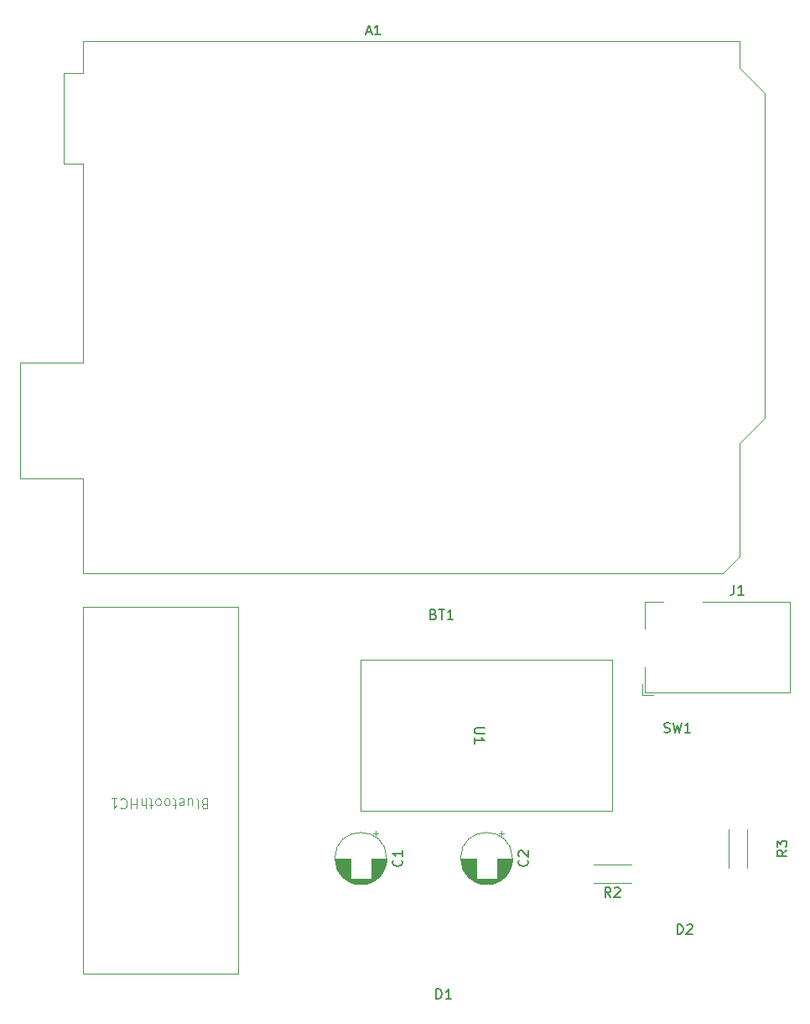
<source format=gbr>
%TF.GenerationSoftware,KiCad,Pcbnew,7.0.2*%
%TF.CreationDate,2023-06-13T20:29:50-05:00*%
%TF.ProjectId,LUCES,4c554345-532e-46b6-9963-61645f706362,rev?*%
%TF.SameCoordinates,Original*%
%TF.FileFunction,Legend,Top*%
%TF.FilePolarity,Positive*%
%FSLAX46Y46*%
G04 Gerber Fmt 4.6, Leading zero omitted, Abs format (unit mm)*
G04 Created by KiCad (PCBNEW 7.0.2) date 2023-06-13 20:29:50*
%MOMM*%
%LPD*%
G01*
G04 APERTURE LIST*
%ADD10C,0.150000*%
%ADD11C,0.100000*%
%ADD12C,0.120000*%
G04 APERTURE END LIST*
D10*
%TO.C,A1*%
X102155714Y-29386904D02*
X102631904Y-29386904D01*
X102060476Y-29672619D02*
X102393809Y-28672619D01*
X102393809Y-28672619D02*
X102727142Y-29672619D01*
X103584285Y-29672619D02*
X103012857Y-29672619D01*
X103298571Y-29672619D02*
X103298571Y-28672619D01*
X103298571Y-28672619D02*
X103203333Y-28815476D01*
X103203333Y-28815476D02*
X103108095Y-28910714D01*
X103108095Y-28910714D02*
X103012857Y-28958333D01*
%TO.C,D1*%
X109221905Y-126922619D02*
X109221905Y-125922619D01*
X109221905Y-125922619D02*
X109460000Y-125922619D01*
X109460000Y-125922619D02*
X109602857Y-125970238D01*
X109602857Y-125970238D02*
X109698095Y-126065476D01*
X109698095Y-126065476D02*
X109745714Y-126160714D01*
X109745714Y-126160714D02*
X109793333Y-126351190D01*
X109793333Y-126351190D02*
X109793333Y-126494047D01*
X109793333Y-126494047D02*
X109745714Y-126684523D01*
X109745714Y-126684523D02*
X109698095Y-126779761D01*
X109698095Y-126779761D02*
X109602857Y-126875000D01*
X109602857Y-126875000D02*
X109460000Y-126922619D01*
X109460000Y-126922619D02*
X109221905Y-126922619D01*
X110745714Y-126922619D02*
X110174286Y-126922619D01*
X110460000Y-126922619D02*
X110460000Y-125922619D01*
X110460000Y-125922619D02*
X110364762Y-126065476D01*
X110364762Y-126065476D02*
X110269524Y-126160714D01*
X110269524Y-126160714D02*
X110174286Y-126208333D01*
%TO.C,R2*%
X126833333Y-116682619D02*
X126500000Y-116206428D01*
X126261905Y-116682619D02*
X126261905Y-115682619D01*
X126261905Y-115682619D02*
X126642857Y-115682619D01*
X126642857Y-115682619D02*
X126738095Y-115730238D01*
X126738095Y-115730238D02*
X126785714Y-115777857D01*
X126785714Y-115777857D02*
X126833333Y-115873095D01*
X126833333Y-115873095D02*
X126833333Y-116015952D01*
X126833333Y-116015952D02*
X126785714Y-116111190D01*
X126785714Y-116111190D02*
X126738095Y-116158809D01*
X126738095Y-116158809D02*
X126642857Y-116206428D01*
X126642857Y-116206428D02*
X126261905Y-116206428D01*
X127214286Y-115777857D02*
X127261905Y-115730238D01*
X127261905Y-115730238D02*
X127357143Y-115682619D01*
X127357143Y-115682619D02*
X127595238Y-115682619D01*
X127595238Y-115682619D02*
X127690476Y-115730238D01*
X127690476Y-115730238D02*
X127738095Y-115777857D01*
X127738095Y-115777857D02*
X127785714Y-115873095D01*
X127785714Y-115873095D02*
X127785714Y-115968333D01*
X127785714Y-115968333D02*
X127738095Y-116111190D01*
X127738095Y-116111190D02*
X127166667Y-116682619D01*
X127166667Y-116682619D02*
X127785714Y-116682619D01*
%TO.C,D2*%
X133561905Y-120382619D02*
X133561905Y-119382619D01*
X133561905Y-119382619D02*
X133800000Y-119382619D01*
X133800000Y-119382619D02*
X133942857Y-119430238D01*
X133942857Y-119430238D02*
X134038095Y-119525476D01*
X134038095Y-119525476D02*
X134085714Y-119620714D01*
X134085714Y-119620714D02*
X134133333Y-119811190D01*
X134133333Y-119811190D02*
X134133333Y-119954047D01*
X134133333Y-119954047D02*
X134085714Y-120144523D01*
X134085714Y-120144523D02*
X134038095Y-120239761D01*
X134038095Y-120239761D02*
X133942857Y-120335000D01*
X133942857Y-120335000D02*
X133800000Y-120382619D01*
X133800000Y-120382619D02*
X133561905Y-120382619D01*
X134514286Y-119477857D02*
X134561905Y-119430238D01*
X134561905Y-119430238D02*
X134657143Y-119382619D01*
X134657143Y-119382619D02*
X134895238Y-119382619D01*
X134895238Y-119382619D02*
X134990476Y-119430238D01*
X134990476Y-119430238D02*
X135038095Y-119477857D01*
X135038095Y-119477857D02*
X135085714Y-119573095D01*
X135085714Y-119573095D02*
X135085714Y-119668333D01*
X135085714Y-119668333D02*
X135038095Y-119811190D01*
X135038095Y-119811190D02*
X134466667Y-120382619D01*
X134466667Y-120382619D02*
X135085714Y-120382619D01*
%TO.C,J1*%
X139276666Y-85152619D02*
X139276666Y-85866904D01*
X139276666Y-85866904D02*
X139229047Y-86009761D01*
X139229047Y-86009761D02*
X139133809Y-86105000D01*
X139133809Y-86105000D02*
X138990952Y-86152619D01*
X138990952Y-86152619D02*
X138895714Y-86152619D01*
X140276666Y-86152619D02*
X139705238Y-86152619D01*
X139990952Y-86152619D02*
X139990952Y-85152619D01*
X139990952Y-85152619D02*
X139895714Y-85295476D01*
X139895714Y-85295476D02*
X139800476Y-85390714D01*
X139800476Y-85390714D02*
X139705238Y-85438333D01*
%TO.C,C2*%
X118417380Y-112926666D02*
X118465000Y-112974285D01*
X118465000Y-112974285D02*
X118512619Y-113117142D01*
X118512619Y-113117142D02*
X118512619Y-113212380D01*
X118512619Y-113212380D02*
X118465000Y-113355237D01*
X118465000Y-113355237D02*
X118369761Y-113450475D01*
X118369761Y-113450475D02*
X118274523Y-113498094D01*
X118274523Y-113498094D02*
X118084047Y-113545713D01*
X118084047Y-113545713D02*
X117941190Y-113545713D01*
X117941190Y-113545713D02*
X117750714Y-113498094D01*
X117750714Y-113498094D02*
X117655476Y-113450475D01*
X117655476Y-113450475D02*
X117560238Y-113355237D01*
X117560238Y-113355237D02*
X117512619Y-113212380D01*
X117512619Y-113212380D02*
X117512619Y-113117142D01*
X117512619Y-113117142D02*
X117560238Y-112974285D01*
X117560238Y-112974285D02*
X117607857Y-112926666D01*
X117607857Y-112545713D02*
X117560238Y-112498094D01*
X117560238Y-112498094D02*
X117512619Y-112402856D01*
X117512619Y-112402856D02*
X117512619Y-112164761D01*
X117512619Y-112164761D02*
X117560238Y-112069523D01*
X117560238Y-112069523D02*
X117607857Y-112021904D01*
X117607857Y-112021904D02*
X117703095Y-111974285D01*
X117703095Y-111974285D02*
X117798333Y-111974285D01*
X117798333Y-111974285D02*
X117941190Y-112021904D01*
X117941190Y-112021904D02*
X118512619Y-112593332D01*
X118512619Y-112593332D02*
X118512619Y-111974285D01*
D11*
%TO.C,BluetoothHC1*%
X85780000Y-107241190D02*
X85637143Y-107193571D01*
X85637143Y-107193571D02*
X85589524Y-107145952D01*
X85589524Y-107145952D02*
X85541905Y-107050714D01*
X85541905Y-107050714D02*
X85541905Y-106907857D01*
X85541905Y-106907857D02*
X85589524Y-106812619D01*
X85589524Y-106812619D02*
X85637143Y-106765000D01*
X85637143Y-106765000D02*
X85732381Y-106717380D01*
X85732381Y-106717380D02*
X86113333Y-106717380D01*
X86113333Y-106717380D02*
X86113333Y-107717380D01*
X86113333Y-107717380D02*
X85780000Y-107717380D01*
X85780000Y-107717380D02*
X85684762Y-107669761D01*
X85684762Y-107669761D02*
X85637143Y-107622142D01*
X85637143Y-107622142D02*
X85589524Y-107526904D01*
X85589524Y-107526904D02*
X85589524Y-107431666D01*
X85589524Y-107431666D02*
X85637143Y-107336428D01*
X85637143Y-107336428D02*
X85684762Y-107288809D01*
X85684762Y-107288809D02*
X85780000Y-107241190D01*
X85780000Y-107241190D02*
X86113333Y-107241190D01*
X84970476Y-106717380D02*
X85065714Y-106765000D01*
X85065714Y-106765000D02*
X85113333Y-106860238D01*
X85113333Y-106860238D02*
X85113333Y-107717380D01*
X84160952Y-107384047D02*
X84160952Y-106717380D01*
X84589523Y-107384047D02*
X84589523Y-106860238D01*
X84589523Y-106860238D02*
X84541904Y-106765000D01*
X84541904Y-106765000D02*
X84446666Y-106717380D01*
X84446666Y-106717380D02*
X84303809Y-106717380D01*
X84303809Y-106717380D02*
X84208571Y-106765000D01*
X84208571Y-106765000D02*
X84160952Y-106812619D01*
X83303809Y-106765000D02*
X83399047Y-106717380D01*
X83399047Y-106717380D02*
X83589523Y-106717380D01*
X83589523Y-106717380D02*
X83684761Y-106765000D01*
X83684761Y-106765000D02*
X83732380Y-106860238D01*
X83732380Y-106860238D02*
X83732380Y-107241190D01*
X83732380Y-107241190D02*
X83684761Y-107336428D01*
X83684761Y-107336428D02*
X83589523Y-107384047D01*
X83589523Y-107384047D02*
X83399047Y-107384047D01*
X83399047Y-107384047D02*
X83303809Y-107336428D01*
X83303809Y-107336428D02*
X83256190Y-107241190D01*
X83256190Y-107241190D02*
X83256190Y-107145952D01*
X83256190Y-107145952D02*
X83732380Y-107050714D01*
X82970475Y-107384047D02*
X82589523Y-107384047D01*
X82827618Y-107717380D02*
X82827618Y-106860238D01*
X82827618Y-106860238D02*
X82779999Y-106765000D01*
X82779999Y-106765000D02*
X82684761Y-106717380D01*
X82684761Y-106717380D02*
X82589523Y-106717380D01*
X82113332Y-106717380D02*
X82208570Y-106765000D01*
X82208570Y-106765000D02*
X82256189Y-106812619D01*
X82256189Y-106812619D02*
X82303808Y-106907857D01*
X82303808Y-106907857D02*
X82303808Y-107193571D01*
X82303808Y-107193571D02*
X82256189Y-107288809D01*
X82256189Y-107288809D02*
X82208570Y-107336428D01*
X82208570Y-107336428D02*
X82113332Y-107384047D01*
X82113332Y-107384047D02*
X81970475Y-107384047D01*
X81970475Y-107384047D02*
X81875237Y-107336428D01*
X81875237Y-107336428D02*
X81827618Y-107288809D01*
X81827618Y-107288809D02*
X81779999Y-107193571D01*
X81779999Y-107193571D02*
X81779999Y-106907857D01*
X81779999Y-106907857D02*
X81827618Y-106812619D01*
X81827618Y-106812619D02*
X81875237Y-106765000D01*
X81875237Y-106765000D02*
X81970475Y-106717380D01*
X81970475Y-106717380D02*
X82113332Y-106717380D01*
X81208570Y-106717380D02*
X81303808Y-106765000D01*
X81303808Y-106765000D02*
X81351427Y-106812619D01*
X81351427Y-106812619D02*
X81399046Y-106907857D01*
X81399046Y-106907857D02*
X81399046Y-107193571D01*
X81399046Y-107193571D02*
X81351427Y-107288809D01*
X81351427Y-107288809D02*
X81303808Y-107336428D01*
X81303808Y-107336428D02*
X81208570Y-107384047D01*
X81208570Y-107384047D02*
X81065713Y-107384047D01*
X81065713Y-107384047D02*
X80970475Y-107336428D01*
X80970475Y-107336428D02*
X80922856Y-107288809D01*
X80922856Y-107288809D02*
X80875237Y-107193571D01*
X80875237Y-107193571D02*
X80875237Y-106907857D01*
X80875237Y-106907857D02*
X80922856Y-106812619D01*
X80922856Y-106812619D02*
X80970475Y-106765000D01*
X80970475Y-106765000D02*
X81065713Y-106717380D01*
X81065713Y-106717380D02*
X81208570Y-106717380D01*
X80589522Y-107384047D02*
X80208570Y-107384047D01*
X80446665Y-107717380D02*
X80446665Y-106860238D01*
X80446665Y-106860238D02*
X80399046Y-106765000D01*
X80399046Y-106765000D02*
X80303808Y-106717380D01*
X80303808Y-106717380D02*
X80208570Y-106717380D01*
X79875236Y-106717380D02*
X79875236Y-107717380D01*
X79446665Y-106717380D02*
X79446665Y-107241190D01*
X79446665Y-107241190D02*
X79494284Y-107336428D01*
X79494284Y-107336428D02*
X79589522Y-107384047D01*
X79589522Y-107384047D02*
X79732379Y-107384047D01*
X79732379Y-107384047D02*
X79827617Y-107336428D01*
X79827617Y-107336428D02*
X79875236Y-107288809D01*
X78970474Y-106717380D02*
X78970474Y-107717380D01*
X78970474Y-107241190D02*
X78399046Y-107241190D01*
X78399046Y-106717380D02*
X78399046Y-107717380D01*
X77351427Y-106812619D02*
X77399046Y-106765000D01*
X77399046Y-106765000D02*
X77541903Y-106717380D01*
X77541903Y-106717380D02*
X77637141Y-106717380D01*
X77637141Y-106717380D02*
X77779998Y-106765000D01*
X77779998Y-106765000D02*
X77875236Y-106860238D01*
X77875236Y-106860238D02*
X77922855Y-106955476D01*
X77922855Y-106955476D02*
X77970474Y-107145952D01*
X77970474Y-107145952D02*
X77970474Y-107288809D01*
X77970474Y-107288809D02*
X77922855Y-107479285D01*
X77922855Y-107479285D02*
X77875236Y-107574523D01*
X77875236Y-107574523D02*
X77779998Y-107669761D01*
X77779998Y-107669761D02*
X77637141Y-107717380D01*
X77637141Y-107717380D02*
X77541903Y-107717380D01*
X77541903Y-107717380D02*
X77399046Y-107669761D01*
X77399046Y-107669761D02*
X77351427Y-107622142D01*
X76399046Y-106717380D02*
X76970474Y-106717380D01*
X76684760Y-106717380D02*
X76684760Y-107717380D01*
X76684760Y-107717380D02*
X76779998Y-107574523D01*
X76779998Y-107574523D02*
X76875236Y-107479285D01*
X76875236Y-107479285D02*
X76970474Y-107431666D01*
D10*
%TO.C,BT1*%
X108964285Y-88108809D02*
X109107142Y-88156428D01*
X109107142Y-88156428D02*
X109154761Y-88204047D01*
X109154761Y-88204047D02*
X109202380Y-88299285D01*
X109202380Y-88299285D02*
X109202380Y-88442142D01*
X109202380Y-88442142D02*
X109154761Y-88537380D01*
X109154761Y-88537380D02*
X109107142Y-88585000D01*
X109107142Y-88585000D02*
X109011904Y-88632619D01*
X109011904Y-88632619D02*
X108630952Y-88632619D01*
X108630952Y-88632619D02*
X108630952Y-87632619D01*
X108630952Y-87632619D02*
X108964285Y-87632619D01*
X108964285Y-87632619D02*
X109059523Y-87680238D01*
X109059523Y-87680238D02*
X109107142Y-87727857D01*
X109107142Y-87727857D02*
X109154761Y-87823095D01*
X109154761Y-87823095D02*
X109154761Y-87918333D01*
X109154761Y-87918333D02*
X109107142Y-88013571D01*
X109107142Y-88013571D02*
X109059523Y-88061190D01*
X109059523Y-88061190D02*
X108964285Y-88108809D01*
X108964285Y-88108809D02*
X108630952Y-88108809D01*
X109488095Y-87632619D02*
X110059523Y-87632619D01*
X109773809Y-88632619D02*
X109773809Y-87632619D01*
X110916666Y-88632619D02*
X110345238Y-88632619D01*
X110630952Y-88632619D02*
X110630952Y-87632619D01*
X110630952Y-87632619D02*
X110535714Y-87775476D01*
X110535714Y-87775476D02*
X110440476Y-87870714D01*
X110440476Y-87870714D02*
X110345238Y-87918333D01*
%TO.C,R3*%
X144622619Y-111926666D02*
X144146428Y-112259999D01*
X144622619Y-112498094D02*
X143622619Y-112498094D01*
X143622619Y-112498094D02*
X143622619Y-112117142D01*
X143622619Y-112117142D02*
X143670238Y-112021904D01*
X143670238Y-112021904D02*
X143717857Y-111974285D01*
X143717857Y-111974285D02*
X143813095Y-111926666D01*
X143813095Y-111926666D02*
X143955952Y-111926666D01*
X143955952Y-111926666D02*
X144051190Y-111974285D01*
X144051190Y-111974285D02*
X144098809Y-112021904D01*
X144098809Y-112021904D02*
X144146428Y-112117142D01*
X144146428Y-112117142D02*
X144146428Y-112498094D01*
X143622619Y-111593332D02*
X143622619Y-110974285D01*
X143622619Y-110974285D02*
X144003571Y-111307618D01*
X144003571Y-111307618D02*
X144003571Y-111164761D01*
X144003571Y-111164761D02*
X144051190Y-111069523D01*
X144051190Y-111069523D02*
X144098809Y-111021904D01*
X144098809Y-111021904D02*
X144194047Y-110974285D01*
X144194047Y-110974285D02*
X144432142Y-110974285D01*
X144432142Y-110974285D02*
X144527380Y-111021904D01*
X144527380Y-111021904D02*
X144575000Y-111069523D01*
X144575000Y-111069523D02*
X144622619Y-111164761D01*
X144622619Y-111164761D02*
X144622619Y-111450475D01*
X144622619Y-111450475D02*
X144575000Y-111545713D01*
X144575000Y-111545713D02*
X144527380Y-111593332D01*
%TO.C,SW1*%
X132226667Y-100015000D02*
X132369524Y-100062619D01*
X132369524Y-100062619D02*
X132607619Y-100062619D01*
X132607619Y-100062619D02*
X132702857Y-100015000D01*
X132702857Y-100015000D02*
X132750476Y-99967380D01*
X132750476Y-99967380D02*
X132798095Y-99872142D01*
X132798095Y-99872142D02*
X132798095Y-99776904D01*
X132798095Y-99776904D02*
X132750476Y-99681666D01*
X132750476Y-99681666D02*
X132702857Y-99634047D01*
X132702857Y-99634047D02*
X132607619Y-99586428D01*
X132607619Y-99586428D02*
X132417143Y-99538809D01*
X132417143Y-99538809D02*
X132321905Y-99491190D01*
X132321905Y-99491190D02*
X132274286Y-99443571D01*
X132274286Y-99443571D02*
X132226667Y-99348333D01*
X132226667Y-99348333D02*
X132226667Y-99253095D01*
X132226667Y-99253095D02*
X132274286Y-99157857D01*
X132274286Y-99157857D02*
X132321905Y-99110238D01*
X132321905Y-99110238D02*
X132417143Y-99062619D01*
X132417143Y-99062619D02*
X132655238Y-99062619D01*
X132655238Y-99062619D02*
X132798095Y-99110238D01*
X133131429Y-99062619D02*
X133369524Y-100062619D01*
X133369524Y-100062619D02*
X133560000Y-99348333D01*
X133560000Y-99348333D02*
X133750476Y-100062619D01*
X133750476Y-100062619D02*
X133988572Y-99062619D01*
X134893333Y-100062619D02*
X134321905Y-100062619D01*
X134607619Y-100062619D02*
X134607619Y-99062619D01*
X134607619Y-99062619D02*
X134512381Y-99205476D01*
X134512381Y-99205476D02*
X134417143Y-99300714D01*
X134417143Y-99300714D02*
X134321905Y-99348333D01*
%TO.C,U1*%
X114067380Y-99568095D02*
X113257857Y-99568095D01*
X113257857Y-99568095D02*
X113162619Y-99615714D01*
X113162619Y-99615714D02*
X113115000Y-99663333D01*
X113115000Y-99663333D02*
X113067380Y-99758571D01*
X113067380Y-99758571D02*
X113067380Y-99949047D01*
X113067380Y-99949047D02*
X113115000Y-100044285D01*
X113115000Y-100044285D02*
X113162619Y-100091904D01*
X113162619Y-100091904D02*
X113257857Y-100139523D01*
X113257857Y-100139523D02*
X114067380Y-100139523D01*
X113067380Y-101139523D02*
X113067380Y-100568095D01*
X113067380Y-100853809D02*
X114067380Y-100853809D01*
X114067380Y-100853809D02*
X113924523Y-100758571D01*
X113924523Y-100758571D02*
X113829285Y-100663333D01*
X113829285Y-100663333D02*
X113781666Y-100568095D01*
%TO.C,C1*%
X105717380Y-112926666D02*
X105765000Y-112974285D01*
X105765000Y-112974285D02*
X105812619Y-113117142D01*
X105812619Y-113117142D02*
X105812619Y-113212380D01*
X105812619Y-113212380D02*
X105765000Y-113355237D01*
X105765000Y-113355237D02*
X105669761Y-113450475D01*
X105669761Y-113450475D02*
X105574523Y-113498094D01*
X105574523Y-113498094D02*
X105384047Y-113545713D01*
X105384047Y-113545713D02*
X105241190Y-113545713D01*
X105241190Y-113545713D02*
X105050714Y-113498094D01*
X105050714Y-113498094D02*
X104955476Y-113450475D01*
X104955476Y-113450475D02*
X104860238Y-113355237D01*
X104860238Y-113355237D02*
X104812619Y-113212380D01*
X104812619Y-113212380D02*
X104812619Y-113117142D01*
X104812619Y-113117142D02*
X104860238Y-112974285D01*
X104860238Y-112974285D02*
X104907857Y-112926666D01*
X105812619Y-111974285D02*
X105812619Y-112545713D01*
X105812619Y-112259999D02*
X104812619Y-112259999D01*
X104812619Y-112259999D02*
X104955476Y-112355237D01*
X104955476Y-112355237D02*
X105050714Y-112450475D01*
X105050714Y-112450475D02*
X105098333Y-112545713D01*
D12*
%TO.C,A1*%
X67180000Y-62740000D02*
X67180000Y-74420000D01*
X67180000Y-74420000D02*
X73530000Y-74420000D01*
X71630000Y-33530000D02*
X71630000Y-42670000D01*
X71630000Y-42670000D02*
X73530000Y-42670000D01*
X73530000Y-30350000D02*
X73530000Y-33530000D01*
X73530000Y-33530000D02*
X71630000Y-33530000D01*
X73530000Y-42670000D02*
X73530000Y-62740000D01*
X73530000Y-62740000D02*
X67180000Y-62740000D01*
X73530000Y-74420000D02*
X73530000Y-83950000D01*
X73530000Y-83950000D02*
X138180000Y-83950000D01*
X138180000Y-83950000D02*
X139830000Y-82300000D01*
X139830000Y-30350000D02*
X73530000Y-30350000D01*
X139830000Y-33020000D02*
X139830000Y-30350000D01*
X139830000Y-70870000D02*
X142370000Y-68330000D01*
X139830000Y-82300000D02*
X139830000Y-70870000D01*
X142370000Y-35560000D02*
X139830000Y-33020000D01*
X142370000Y-68330000D02*
X142370000Y-35560000D01*
%TO.C,R2*%
X128920000Y-113380000D02*
X125080000Y-113380000D01*
X128920000Y-115220000D02*
X125080000Y-115220000D01*
%TO.C,J1*%
X144960000Y-96040000D02*
X130260000Y-96040000D01*
X144960000Y-86840000D02*
X144960000Y-96040000D01*
X136160000Y-86840000D02*
X144960000Y-86840000D01*
X131110000Y-96240000D02*
X130060000Y-96240000D01*
X130260000Y-96040000D02*
X130260000Y-93440000D01*
X130260000Y-89540000D02*
X130260000Y-86840000D01*
X130260000Y-86840000D02*
X132160000Y-86840000D01*
X130060000Y-95190000D02*
X130060000Y-96240000D01*
%TO.C,C2*%
X115775000Y-109955225D02*
X115775000Y-110455225D01*
X116025000Y-110205225D02*
X115525000Y-110205225D01*
X116880000Y-112760000D02*
X115340000Y-112760000D01*
X113260000Y-112760000D02*
X111720000Y-112760000D01*
X116880000Y-112800000D02*
X115340000Y-112800000D01*
X113260000Y-112800000D02*
X111720000Y-112800000D01*
X116879000Y-112840000D02*
X115340000Y-112840000D01*
X113260000Y-112840000D02*
X111721000Y-112840000D01*
X116878000Y-112880000D02*
X115340000Y-112880000D01*
X113260000Y-112880000D02*
X111722000Y-112880000D01*
X116876000Y-112920000D02*
X115340000Y-112920000D01*
X113260000Y-112920000D02*
X111724000Y-112920000D01*
X116873000Y-112960000D02*
X115340000Y-112960000D01*
X113260000Y-112960000D02*
X111727000Y-112960000D01*
X116869000Y-113000000D02*
X115340000Y-113000000D01*
X113260000Y-113000000D02*
X111731000Y-113000000D01*
X116865000Y-113040000D02*
X115340000Y-113040000D01*
X113260000Y-113040000D02*
X111735000Y-113040000D01*
X116861000Y-113080000D02*
X115340000Y-113080000D01*
X113260000Y-113080000D02*
X111739000Y-113080000D01*
X116856000Y-113120000D02*
X115340000Y-113120000D01*
X113260000Y-113120000D02*
X111744000Y-113120000D01*
X116850000Y-113160000D02*
X115340000Y-113160000D01*
X113260000Y-113160000D02*
X111750000Y-113160000D01*
X116843000Y-113200000D02*
X115340000Y-113200000D01*
X113260000Y-113200000D02*
X111757000Y-113200000D01*
X116836000Y-113240000D02*
X115340000Y-113240000D01*
X113260000Y-113240000D02*
X111764000Y-113240000D01*
X116828000Y-113280000D02*
X115340000Y-113280000D01*
X113260000Y-113280000D02*
X111772000Y-113280000D01*
X116820000Y-113320000D02*
X115340000Y-113320000D01*
X113260000Y-113320000D02*
X111780000Y-113320000D01*
X116811000Y-113360000D02*
X115340000Y-113360000D01*
X113260000Y-113360000D02*
X111789000Y-113360000D01*
X116801000Y-113400000D02*
X115340000Y-113400000D01*
X113260000Y-113400000D02*
X111799000Y-113400000D01*
X116791000Y-113440000D02*
X115340000Y-113440000D01*
X113260000Y-113440000D02*
X111809000Y-113440000D01*
X116780000Y-113481000D02*
X115340000Y-113481000D01*
X113260000Y-113481000D02*
X111820000Y-113481000D01*
X116768000Y-113521000D02*
X115340000Y-113521000D01*
X113260000Y-113521000D02*
X111832000Y-113521000D01*
X116755000Y-113561000D02*
X115340000Y-113561000D01*
X113260000Y-113561000D02*
X111845000Y-113561000D01*
X116742000Y-113601000D02*
X115340000Y-113601000D01*
X113260000Y-113601000D02*
X111858000Y-113601000D01*
X116728000Y-113641000D02*
X115340000Y-113641000D01*
X113260000Y-113641000D02*
X111872000Y-113641000D01*
X116714000Y-113681000D02*
X115340000Y-113681000D01*
X113260000Y-113681000D02*
X111886000Y-113681000D01*
X116698000Y-113721000D02*
X115340000Y-113721000D01*
X113260000Y-113721000D02*
X111902000Y-113721000D01*
X116682000Y-113761000D02*
X115340000Y-113761000D01*
X113260000Y-113761000D02*
X111918000Y-113761000D01*
X116665000Y-113801000D02*
X115340000Y-113801000D01*
X113260000Y-113801000D02*
X111935000Y-113801000D01*
X116648000Y-113841000D02*
X115340000Y-113841000D01*
X113260000Y-113841000D02*
X111952000Y-113841000D01*
X116629000Y-113881000D02*
X115340000Y-113881000D01*
X113260000Y-113881000D02*
X111971000Y-113881000D01*
X116610000Y-113921000D02*
X115340000Y-113921000D01*
X113260000Y-113921000D02*
X111990000Y-113921000D01*
X116590000Y-113961000D02*
X115340000Y-113961000D01*
X113260000Y-113961000D02*
X112010000Y-113961000D01*
X116568000Y-114001000D02*
X115340000Y-114001000D01*
X113260000Y-114001000D02*
X112032000Y-114001000D01*
X116547000Y-114041000D02*
X115340000Y-114041000D01*
X113260000Y-114041000D02*
X112053000Y-114041000D01*
X116524000Y-114081000D02*
X115340000Y-114081000D01*
X113260000Y-114081000D02*
X112076000Y-114081000D01*
X116500000Y-114121000D02*
X115340000Y-114121000D01*
X113260000Y-114121000D02*
X112100000Y-114121000D01*
X116475000Y-114161000D02*
X115340000Y-114161000D01*
X113260000Y-114161000D02*
X112125000Y-114161000D01*
X116449000Y-114201000D02*
X115340000Y-114201000D01*
X113260000Y-114201000D02*
X112151000Y-114201000D01*
X116422000Y-114241000D02*
X115340000Y-114241000D01*
X113260000Y-114241000D02*
X112178000Y-114241000D01*
X116395000Y-114281000D02*
X115340000Y-114281000D01*
X113260000Y-114281000D02*
X112205000Y-114281000D01*
X116365000Y-114321000D02*
X115340000Y-114321000D01*
X113260000Y-114321000D02*
X112235000Y-114321000D01*
X116335000Y-114361000D02*
X115340000Y-114361000D01*
X113260000Y-114361000D02*
X112265000Y-114361000D01*
X116304000Y-114401000D02*
X115340000Y-114401000D01*
X113260000Y-114401000D02*
X112296000Y-114401000D01*
X116271000Y-114441000D02*
X115340000Y-114441000D01*
X113260000Y-114441000D02*
X112329000Y-114441000D01*
X116237000Y-114481000D02*
X115340000Y-114481000D01*
X113260000Y-114481000D02*
X112363000Y-114481000D01*
X116201000Y-114521000D02*
X115340000Y-114521000D01*
X113260000Y-114521000D02*
X112399000Y-114521000D01*
X116164000Y-114561000D02*
X115340000Y-114561000D01*
X113260000Y-114561000D02*
X112436000Y-114561000D01*
X116126000Y-114601000D02*
X115340000Y-114601000D01*
X113260000Y-114601000D02*
X112474000Y-114601000D01*
X116085000Y-114641000D02*
X115340000Y-114641000D01*
X113260000Y-114641000D02*
X112515000Y-114641000D01*
X116043000Y-114681000D02*
X115340000Y-114681000D01*
X113260000Y-114681000D02*
X112557000Y-114681000D01*
X115999000Y-114721000D02*
X115340000Y-114721000D01*
X113260000Y-114721000D02*
X112601000Y-114721000D01*
X115953000Y-114761000D02*
X115340000Y-114761000D01*
X113260000Y-114761000D02*
X112647000Y-114761000D01*
X115905000Y-114801000D02*
X112695000Y-114801000D01*
X115854000Y-114841000D02*
X112746000Y-114841000D01*
X115800000Y-114881000D02*
X112800000Y-114881000D01*
X115743000Y-114921000D02*
X112857000Y-114921000D01*
X115683000Y-114961000D02*
X112917000Y-114961000D01*
X115619000Y-115001000D02*
X112981000Y-115001000D01*
X115551000Y-115041000D02*
X113049000Y-115041000D01*
X115478000Y-115081000D02*
X113122000Y-115081000D01*
X115398000Y-115121000D02*
X113202000Y-115121000D01*
X115311000Y-115161000D02*
X113289000Y-115161000D01*
X115215000Y-115201000D02*
X113385000Y-115201000D01*
X115105000Y-115241000D02*
X113495000Y-115241000D01*
X114977000Y-115281000D02*
X113623000Y-115281000D01*
X114818000Y-115321000D02*
X113782000Y-115321000D01*
X114584000Y-115361000D02*
X114016000Y-115361000D01*
X116920000Y-112760000D02*
G75*
G03*
X116920000Y-112760000I-2620000J0D01*
G01*
D11*
%TO.C,BluetoothHC1*%
X89257000Y-124400000D02*
X73557000Y-124400000D01*
X73557000Y-124400000D02*
X73557000Y-87400000D01*
X73557000Y-87400000D02*
X89257000Y-87400000D01*
X89257000Y-87400000D02*
X89257000Y-124400000D01*
X89257000Y-124400000D02*
X73557000Y-124400000D01*
X73557000Y-124400000D02*
X73557000Y-87400000D01*
X73557000Y-87400000D02*
X89257000Y-87400000D01*
X89257000Y-87400000D02*
X89257000Y-124400000D01*
D12*
%TO.C,R3*%
X138780000Y-109840000D02*
X138780000Y-113680000D01*
X140620000Y-109840000D02*
X140620000Y-113680000D01*
%TO.C,U1*%
X127000000Y-92710000D02*
X101600000Y-92710000D01*
X101600000Y-92710000D02*
X101600000Y-107950000D01*
X101600000Y-107950000D02*
X127000000Y-107950000D01*
X127000000Y-107950000D02*
X127000000Y-92710000D01*
%TO.C,C1*%
X103075000Y-109955225D02*
X103075000Y-110455225D01*
X103325000Y-110205225D02*
X102825000Y-110205225D01*
X104180000Y-112760000D02*
X102640000Y-112760000D01*
X100560000Y-112760000D02*
X99020000Y-112760000D01*
X104180000Y-112800000D02*
X102640000Y-112800000D01*
X100560000Y-112800000D02*
X99020000Y-112800000D01*
X104179000Y-112840000D02*
X102640000Y-112840000D01*
X100560000Y-112840000D02*
X99021000Y-112840000D01*
X104178000Y-112880000D02*
X102640000Y-112880000D01*
X100560000Y-112880000D02*
X99022000Y-112880000D01*
X104176000Y-112920000D02*
X102640000Y-112920000D01*
X100560000Y-112920000D02*
X99024000Y-112920000D01*
X104173000Y-112960000D02*
X102640000Y-112960000D01*
X100560000Y-112960000D02*
X99027000Y-112960000D01*
X104169000Y-113000000D02*
X102640000Y-113000000D01*
X100560000Y-113000000D02*
X99031000Y-113000000D01*
X104165000Y-113040000D02*
X102640000Y-113040000D01*
X100560000Y-113040000D02*
X99035000Y-113040000D01*
X104161000Y-113080000D02*
X102640000Y-113080000D01*
X100560000Y-113080000D02*
X99039000Y-113080000D01*
X104156000Y-113120000D02*
X102640000Y-113120000D01*
X100560000Y-113120000D02*
X99044000Y-113120000D01*
X104150000Y-113160000D02*
X102640000Y-113160000D01*
X100560000Y-113160000D02*
X99050000Y-113160000D01*
X104143000Y-113200000D02*
X102640000Y-113200000D01*
X100560000Y-113200000D02*
X99057000Y-113200000D01*
X104136000Y-113240000D02*
X102640000Y-113240000D01*
X100560000Y-113240000D02*
X99064000Y-113240000D01*
X104128000Y-113280000D02*
X102640000Y-113280000D01*
X100560000Y-113280000D02*
X99072000Y-113280000D01*
X104120000Y-113320000D02*
X102640000Y-113320000D01*
X100560000Y-113320000D02*
X99080000Y-113320000D01*
X104111000Y-113360000D02*
X102640000Y-113360000D01*
X100560000Y-113360000D02*
X99089000Y-113360000D01*
X104101000Y-113400000D02*
X102640000Y-113400000D01*
X100560000Y-113400000D02*
X99099000Y-113400000D01*
X104091000Y-113440000D02*
X102640000Y-113440000D01*
X100560000Y-113440000D02*
X99109000Y-113440000D01*
X104080000Y-113481000D02*
X102640000Y-113481000D01*
X100560000Y-113481000D02*
X99120000Y-113481000D01*
X104068000Y-113521000D02*
X102640000Y-113521000D01*
X100560000Y-113521000D02*
X99132000Y-113521000D01*
X104055000Y-113561000D02*
X102640000Y-113561000D01*
X100560000Y-113561000D02*
X99145000Y-113561000D01*
X104042000Y-113601000D02*
X102640000Y-113601000D01*
X100560000Y-113601000D02*
X99158000Y-113601000D01*
X104028000Y-113641000D02*
X102640000Y-113641000D01*
X100560000Y-113641000D02*
X99172000Y-113641000D01*
X104014000Y-113681000D02*
X102640000Y-113681000D01*
X100560000Y-113681000D02*
X99186000Y-113681000D01*
X103998000Y-113721000D02*
X102640000Y-113721000D01*
X100560000Y-113721000D02*
X99202000Y-113721000D01*
X103982000Y-113761000D02*
X102640000Y-113761000D01*
X100560000Y-113761000D02*
X99218000Y-113761000D01*
X103965000Y-113801000D02*
X102640000Y-113801000D01*
X100560000Y-113801000D02*
X99235000Y-113801000D01*
X103948000Y-113841000D02*
X102640000Y-113841000D01*
X100560000Y-113841000D02*
X99252000Y-113841000D01*
X103929000Y-113881000D02*
X102640000Y-113881000D01*
X100560000Y-113881000D02*
X99271000Y-113881000D01*
X103910000Y-113921000D02*
X102640000Y-113921000D01*
X100560000Y-113921000D02*
X99290000Y-113921000D01*
X103890000Y-113961000D02*
X102640000Y-113961000D01*
X100560000Y-113961000D02*
X99310000Y-113961000D01*
X103868000Y-114001000D02*
X102640000Y-114001000D01*
X100560000Y-114001000D02*
X99332000Y-114001000D01*
X103847000Y-114041000D02*
X102640000Y-114041000D01*
X100560000Y-114041000D02*
X99353000Y-114041000D01*
X103824000Y-114081000D02*
X102640000Y-114081000D01*
X100560000Y-114081000D02*
X99376000Y-114081000D01*
X103800000Y-114121000D02*
X102640000Y-114121000D01*
X100560000Y-114121000D02*
X99400000Y-114121000D01*
X103775000Y-114161000D02*
X102640000Y-114161000D01*
X100560000Y-114161000D02*
X99425000Y-114161000D01*
X103749000Y-114201000D02*
X102640000Y-114201000D01*
X100560000Y-114201000D02*
X99451000Y-114201000D01*
X103722000Y-114241000D02*
X102640000Y-114241000D01*
X100560000Y-114241000D02*
X99478000Y-114241000D01*
X103695000Y-114281000D02*
X102640000Y-114281000D01*
X100560000Y-114281000D02*
X99505000Y-114281000D01*
X103665000Y-114321000D02*
X102640000Y-114321000D01*
X100560000Y-114321000D02*
X99535000Y-114321000D01*
X103635000Y-114361000D02*
X102640000Y-114361000D01*
X100560000Y-114361000D02*
X99565000Y-114361000D01*
X103604000Y-114401000D02*
X102640000Y-114401000D01*
X100560000Y-114401000D02*
X99596000Y-114401000D01*
X103571000Y-114441000D02*
X102640000Y-114441000D01*
X100560000Y-114441000D02*
X99629000Y-114441000D01*
X103537000Y-114481000D02*
X102640000Y-114481000D01*
X100560000Y-114481000D02*
X99663000Y-114481000D01*
X103501000Y-114521000D02*
X102640000Y-114521000D01*
X100560000Y-114521000D02*
X99699000Y-114521000D01*
X103464000Y-114561000D02*
X102640000Y-114561000D01*
X100560000Y-114561000D02*
X99736000Y-114561000D01*
X103426000Y-114601000D02*
X102640000Y-114601000D01*
X100560000Y-114601000D02*
X99774000Y-114601000D01*
X103385000Y-114641000D02*
X102640000Y-114641000D01*
X100560000Y-114641000D02*
X99815000Y-114641000D01*
X103343000Y-114681000D02*
X102640000Y-114681000D01*
X100560000Y-114681000D02*
X99857000Y-114681000D01*
X103299000Y-114721000D02*
X102640000Y-114721000D01*
X100560000Y-114721000D02*
X99901000Y-114721000D01*
X103253000Y-114761000D02*
X102640000Y-114761000D01*
X100560000Y-114761000D02*
X99947000Y-114761000D01*
X103205000Y-114801000D02*
X99995000Y-114801000D01*
X103154000Y-114841000D02*
X100046000Y-114841000D01*
X103100000Y-114881000D02*
X100100000Y-114881000D01*
X103043000Y-114921000D02*
X100157000Y-114921000D01*
X102983000Y-114961000D02*
X100217000Y-114961000D01*
X102919000Y-115001000D02*
X100281000Y-115001000D01*
X102851000Y-115041000D02*
X100349000Y-115041000D01*
X102778000Y-115081000D02*
X100422000Y-115081000D01*
X102698000Y-115121000D02*
X100502000Y-115121000D01*
X102611000Y-115161000D02*
X100589000Y-115161000D01*
X102515000Y-115201000D02*
X100685000Y-115201000D01*
X102405000Y-115241000D02*
X100795000Y-115241000D01*
X102277000Y-115281000D02*
X100923000Y-115281000D01*
X102118000Y-115321000D02*
X101082000Y-115321000D01*
X101884000Y-115361000D02*
X101316000Y-115361000D01*
X104220000Y-112760000D02*
G75*
G03*
X104220000Y-112760000I-2620000J0D01*
G01*
%TD*%
M02*

</source>
